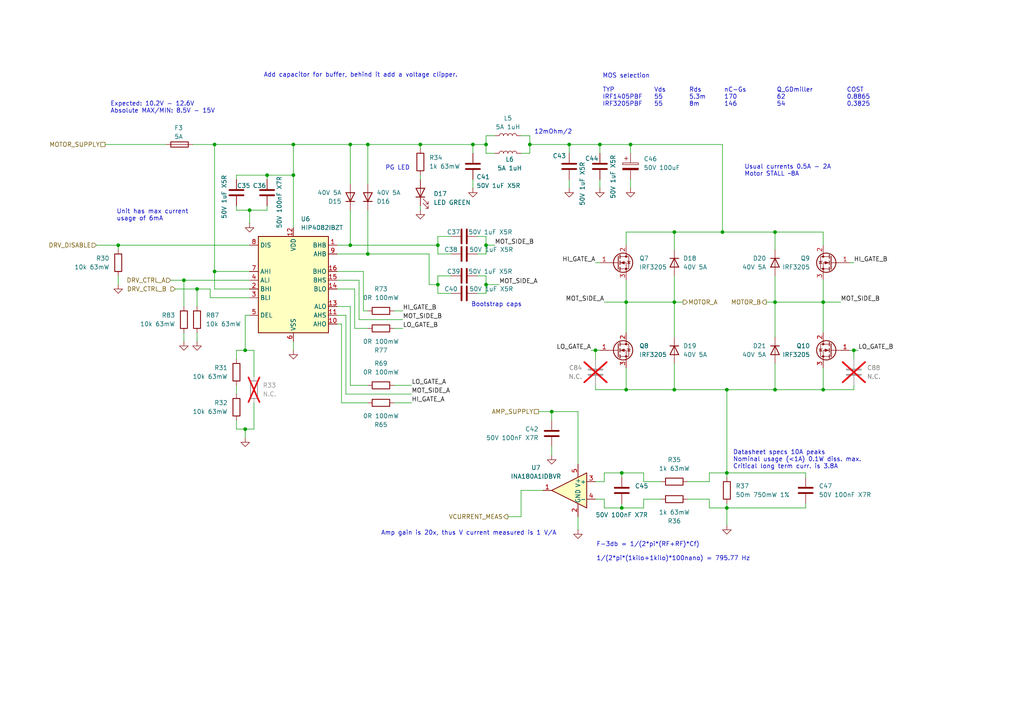
<source format=kicad_sch>
(kicad_sch (version 20250114) (generator "eeschema") (generator_version "9.0")
  (paper "A4")
  (title_block (title "Fontys adaptive robotics AGV platform.") (date "2025-03-01") (rev "V1.0") (company "Mete Han Keskin") (comment 1 "MIT License. Copyright (c) 2025 kestech.net"))
  (lib_symbols
    (symbol "Amplifier_Current:INA180A1" (pin_names (offset 0.127))
      (property "Reference" "U" (at 3.81 3.81 0))
      (property "Value" "INA180A1" (at 3.81 -2.54 0))
      (symbol "INA180A1_1_1"
        (pin input line (at -7.62 2.54 0) (length 2.54) (name "+") (number "3"))
        (pin input line (at -7.62 -2.54 0) (length 2.54) (name "-") (number "4"))
        (pin power_in line (at -2.54 7.62 270) (length 3.81) (name "V+") (number "5"))
        (pin power_in line (at -2.54 -7.62 90) (length 3.81) (name "GND") (number "2"))
        (pin output line (at 7.62 0 180) (length 2.54) (name "~") (number "1"))
      )
    )
    (symbol "Device:C" (pin_numbers (hide yes)) (pin_names (offset 0.254))
      (property "Reference" "C" (at 0.635 2.54 0))
      (property "Value" "C" (at 0.635 -2.54 0))
      (symbol "C_1_1"
        (pin passive line (at 0 3.81 270) (length 2.794) (name "~") (number "1"))
        (pin passive line (at 0 -3.81 90) (length 2.794) (name "~") (number "2"))
      )
    )
    (symbol "Device:C_Polarized" (pin_numbers (hide yes)) (pin_names (offset 0.254))
      (property "Reference" "C" (at 0.635 2.54 0))
      (property "Value" "C_Polarized" (at 0.635 -2.54 0))
      (symbol "C_Polarized_1_1"
        (pin passive line (at 0 3.81 270) (length 2.794) (name "~") (number "1"))
        (pin passive line (at 0 -3.81 90) (length 2.794) (name "~") (number "2"))
      )
    )
    (symbol "Device:D" (pin_numbers (hide yes)) (pin_names (offset 1.016) (hide yes))
      (property "Reference" "D" (at 0 2.54 0))
      (property "Value" "D" (at 0 -2.54 0))
      (symbol "D_1_1"
        (pin passive line (at -3.81 0 0) (length 2.54) (name "K") (number "1"))
        (pin passive line (at 3.81 0 180) (length 2.54) (name "A") (number "2"))
      )
    )
    (symbol "Device:Fuse" (pin_numbers (hide yes)) (pin_names (offset 0))
      (property "Reference" "F" (at 2.032 0 90))
      (property "Value" "Fuse" (at -1.905 0 90))
      (symbol "Fuse_1_1"
        (pin passive line (at 0 3.81 270) (length 1.27) (name "~") (number "1"))
        (pin passive line (at 0 -3.81 90) (length 1.27) (name "~") (number "2"))
      )
    )
    (symbol "Device:L" (pin_numbers (hide yes)) (pin_names (offset 1.016) (hide yes))
      (property "Reference" "L" (at -1.27 0 90))
      (property "Value" "L" (at 1.905 0 90))
      (symbol "L_1_1"
        (pin passive line (at 0 3.81 270) (length 1.27) (name "1") (number "1"))
        (pin passive line (at 0 -3.81 90) (length 1.27) (name "2") (number "2"))
      )
    )
    (symbol "Device:LED" (pin_numbers (hide yes)) (pin_names (offset 1.016) (hide yes))
      (property "Reference" "D" (at 0 2.54 0))
      (property "Value" "LED" (at 0 -2.54 0))
      (symbol "LED_1_1"
        (pin passive line (at -3.81 0 0) (length 2.54) (name "K") (number "1"))
        (pin passive line (at 3.81 0 180) (length 2.54) (name "A") (number "2"))
      )
    )
    (symbol "Device:R" (pin_numbers (hide yes)) (pin_names (offset 0))
      (property "Reference" "R" (at 2.032 0 90))
      (property "Value" "R" (at 0 0 90))
      (symbol "R_1_1"
        (pin passive line (at 0 3.81 270) (length 1.27) (name "~") (number "1"))
        (pin passive line (at 0 -3.81 90) (length 1.27) (name "~") (number "2"))
      )
    )
    (symbol "Driver_FET:HIP4082xB"
      (property "Reference" "U" (at 2.54 16.51 0))
      (property "Value" "HIP4082xB" (at 2.54 13.97 0))
      (symbol "HIP4082xB_0_0"
        (pin passive line (at -12.7 -10.16 0) (length 2.54) (name "DEL") (number "5"))
      )
      (symbol "HIP4082xB_1_1"
        (pin input line (at -12.7 10.16 0) (length 2.54) (name "DIS") (number "8"))
        (pin input line (at -12.7 2.54 0) (length 2.54) (name "AHI") (number "7"))
        (pin input line (at -12.7 0 0) (length 2.54) (name "ALI") (number "4"))
        (pin input line (at -12.7 -2.54 0) (length 2.54) (name "BHI") (number "2"))
        (pin input line (at -12.7 -5.08 0) (length 2.54) (name "BLI") (number "3"))
        (pin power_in line (at 0 15.24 270) (length 2.54) (name "VDD") (number "12"))
        (pin power_in line (at 0 -17.78 90) (length 2.54) (name "VSS") (number "6"))
        (pin input line (at 12.7 10.16 180) (length 2.54) (name "BHB") (number "1"))
        (pin input line (at 12.7 7.62 180) (length 2.54) (name "AHB") (number "9"))
        (pin output line (at 12.7 2.54 180) (length 2.54) (name "BHO") (number "16"))
        (pin passive line (at 12.7 0 180) (length 2.54) (name "BHS") (number "15"))
        (pin output line (at 12.7 -2.54 180) (length 2.54) (name "BLO") (number "14"))
        (pin output line (at 12.7 -7.62 180) (length 2.54) (name "ALO") (number "13"))
        (pin passive line (at 12.7 -10.16 180) (length 2.54) (name "AHS") (number "11"))
        (pin output line (at 12.7 -12.7 180) (length 2.54) (name "AHO") (number "10"))
      )
    )
    (symbol "Transistor_FET:IRF3205" (pin_names (hide yes))
      (property "Reference" "Q" (at 5.08 1.905 0))
      (property "Value" "IRF3205" (at 5.08 0 0))
      (symbol "IRF3205_1_1"
        (pin input line (at -5.08 0 0) (length 2.54) (name "G") (number "1"))
        (pin passive line (at 2.54 5.08 270) (length 2.54) (name "D") (number "2"))
        (pin passive line (at 2.54 -5.08 90) (length 2.54) (name "S") (number "3"))
      )
    )
    (symbol "power:GND" (power) (pin_numbers (hide yes)) (pin_names (offset 0) (hide yes))
      (property "Value" "GND" (at 0 -3.81 0))
      (symbol "GND_1_1"
        (pin power_in line (at 0 0 270) (length 0) (name "~") (number "1"))
      )
    )
  )
  (text "Usual currents 0.5A - 2A\nMotor STALL ~8A" (at 215.9 47.752 0) (effects (font (size 1.27 1.27)) (justify left top)))
  (text "PG LED" (at 115.316 48.768 0) (effects (font (size 1.27 1.27))))
  (text "Expected: 10.2V - 12.6V\nAbsolute MAX/MIN: 8.5V - 15V" (at 32.004 29.464 0) (effects (font (size 1.27 1.27)) (justify left top)))
  (text "F-3db = 1/(2*pi*(RF+RF)*Cf)\n\n1/(2*pi*(1kilo+1kilo)*100nano) = 795.77 Hz" (at 172.974 157.226 0) (effects (font (size 1.27 1.27)) (justify left top)))
  (text "Bootstrap caps\n" (at 144.018 88.392 0) (effects (font (size 1.27 1.27))))
  (text "Amp gain is 20x, thus V current measured is 1 V/A" (at 110.49 153.924 0) (effects (font (size 1.27 1.27)) (justify left top)))
  (text "Add capacitor for buffer, behind it add a voltage clipper." (at 76.454 21.082 0) (effects (font (size 1.27 1.27)) (justify left top)))
  (text "12mOhm/2\n" (at 154.94 37.592 0) (effects (font (size 1.27 1.27)) (justify left top)))
  (text "Datasheet specs 10A peaks\nNominal usage (<1A) 0.1W diss. max.\nCritical long term curr. is 3.8A" (at 212.598 130.556 0) (effects (font (size 1.27 1.27)) (justify left top)))
  (text "MOS selection\n\nTYP			Vds		Rds		nC-Gs		Q_GDmiller		COST\nIRF1405PBF	55		5.3m	170			62				0.8865\nIRF3205PBF	55		8m		146			54				0.3825" (at 174.752 21.336 0) (effects (font (size 1.27 1.27)) (justify left top)))
  (text "Unit has max current\nusage of 6mA" (at 33.782 60.706 0) (effects (font (size 1.27 1.27)) (justify left top)))
  (junction (at 181.61 113.03))
  (junction (at 238.76 113.03))
  (junction (at 160.02 119.38))
  (junction (at 238.76 87.63))
  (junction (at 62.23 41.91))
  (junction (at 180.34 137.16))
  (junction (at 127 71.12))
  (junction (at 195.58 113.03))
  (junction (at 210.82 113.03))
  (junction (at 106.68 73.66))
  (junction (at 71.12 124.46))
  (junction (at 53.34 81.28))
  (junction (at 101.6 41.91))
  (junction (at 121.92 41.91))
  (junction (at 62.23 78.74))
  (junction (at 71.12 101.6))
  (junction (at 224.79 87.63))
  (junction (at 101.6 71.12))
  (junction (at 247.65 101.6))
  (junction (at 224.79 67.31))
  (junction (at 172.72 101.6))
  (junction (at 140.97 82.55))
  (junction (at 34.29 71.12))
  (junction (at 180.34 147.32))
  (junction (at 77.47 50.8))
  (junction (at 106.68 41.91))
  (junction (at 165.1 41.91))
  (junction (at 127 82.55))
  (junction (at 209.55 67.31))
  (junction (at 72.39 60.96))
  (junction (at 195.58 67.31))
  (junction (at 181.61 87.63))
  (junction (at 210.82 137.16))
  (junction (at 182.88 41.91))
  (junction (at 140.97 41.91))
  (junction (at 85.09 41.91))
  (junction (at 173.99 41.91))
  (junction (at 224.79 113.03))
  (junction (at 85.09 50.8))
  (junction (at 57.15 83.82))
  (junction (at 195.58 87.63))
  (junction (at 140.97 71.12))
  (junction (at 153.67 41.91))
  (junction (at 210.82 147.32))
  (junction (at 137.16 41.91))
  (wire (pts (xy 238.76 87.63) (xy 238.76 96.52)))
  (wire (pts (xy 106.68 95.25) (xy 102.87 95.25)))
  (wire (pts (xy 140.97 82.55) (xy 140.97 85.09)))
  (wire (pts (xy 224.79 87.63) (xy 238.76 87.63)))
  (wire (pts (xy 171.45 101.6) (xy 172.72 101.6)))
  (wire (pts (xy 106.68 90.17) (xy 105.41 90.17)))
  (wire (pts (xy 127 80.01) (xy 130.81 80.01)))
  (wire (pts (xy 71.12 124.46) (xy 73.66 124.46)))
  (wire (pts (xy 124.46 73.66) (xy 124.46 82.55)))
  (wire (pts (xy 224.79 113.03) (xy 238.76 113.03)))
  (wire (pts (xy 180.34 147.32) (xy 186.69 147.32)))
  (wire (pts (xy 101.6 88.9) (xy 97.79 88.9)))
  (wire (pts (xy 77.47 50.8) (xy 77.47 52.07)))
  (wire (pts (xy 53.34 81.28) (xy 72.39 81.28)))
  (wire (pts (xy 57.15 83.82) (xy 60.96 83.82)))
  (wire (pts (xy 181.61 113.03) (xy 195.58 113.03)))
  (wire (pts (xy 151.13 142.24) (xy 151.13 149.86)))
  (wire (pts (xy 116.84 92.71) (xy 104.14 92.71)))
  (wire (pts (xy 106.68 60.96) (xy 106.68 73.66)))
  (wire (pts (xy 97.79 71.12) (xy 101.6 71.12)))
  (wire (pts (xy 62.23 83.82) (xy 72.39 83.82)))
  (wire (pts (xy 60.96 83.82) (xy 60.96 86.36)))
  (wire (pts (xy 143.51 44.45) (xy 140.97 44.45)))
  (wire (pts (xy 68.58 124.46) (xy 71.12 124.46)))
  (wire (pts (xy 60.96 86.36) (xy 72.39 86.36)))
  (wire (pts (xy 138.43 80.01) (xy 140.97 80.01)))
  (wire (pts (xy 124.46 82.55) (xy 127 82.55)))
  (wire (pts (xy 181.61 87.63) (xy 195.58 87.63)))
  (wire (pts (xy 182.88 41.91) (xy 182.88 44.45)))
  (wire (pts (xy 224.79 105.41) (xy 224.79 113.03)))
  (wire (pts (xy 85.09 41.91) (xy 101.6 41.91)))
  (wire (pts (xy 172.72 113.03) (xy 181.61 113.03)))
  (wire (pts (xy 72.39 60.96) (xy 77.47 60.96)))
  (wire (pts (xy 53.34 88.9) (xy 53.34 81.28)))
  (wire (pts (xy 181.61 106.68) (xy 181.61 113.03)))
  (wire (pts (xy 233.68 147.32) (xy 210.82 147.32)))
  (wire (pts (xy 140.97 41.91) (xy 140.97 39.37)))
  (wire (pts (xy 85.09 99.06) (xy 85.09 101.6)))
  (wire (pts (xy 233.68 146.05) (xy 233.68 147.32)))
  (wire (pts (xy 195.58 67.31) (xy 195.58 72.39)))
  (wire (pts (xy 100.33 91.44) (xy 97.79 91.44)))
  (wire (pts (xy 172.72 101.6) (xy 172.72 104.14)))
  (wire (pts (xy 175.26 87.63) (xy 181.61 87.63)))
  (wire (pts (xy 175.26 144.78) (xy 175.26 147.32)))
  (wire (pts (xy 57.15 83.82) (xy 57.15 88.9)))
  (wire (pts (xy 160.02 121.92) (xy 160.02 119.38)))
  (wire (pts (xy 181.61 81.28) (xy 181.61 87.63)))
  (wire (pts (xy 106.68 41.91) (xy 106.68 53.34)))
  (wire (pts (xy 101.6 111.76) (xy 106.68 111.76)))
  (wire (pts (xy 238.76 71.12) (xy 238.76 67.31)))
  (wire (pts (xy 99.06 93.98) (xy 97.79 93.98)))
  (wire (pts (xy 71.12 91.44) (xy 72.39 91.44)))
  (wire (pts (xy 247.65 76.2) (xy 246.38 76.2)))
  (wire (pts (xy 210.82 137.16) (xy 233.68 137.16)))
  (wire (pts (xy 97.79 73.66) (xy 106.68 73.66)))
  (wire (pts (xy 160.02 119.38) (xy 167.64 119.38)))
  (wire (pts (xy 210.82 137.16) (xy 210.82 138.43)))
  (wire (pts (xy 199.39 144.78) (xy 205.74 144.78)))
  (wire (pts (xy 167.64 134.62) (xy 167.64 119.38)))
  (wire (pts (xy 100.33 114.3) (xy 100.33 91.44)))
  (wire (pts (xy 205.74 137.16) (xy 210.82 137.16)))
  (wire (pts (xy 165.1 41.91) (xy 165.1 44.45)))
  (wire (pts (xy 172.72 76.2) (xy 173.99 76.2)))
  (wire (pts (xy 53.34 96.52) (xy 53.34 99.06)))
  (wire (pts (xy 68.58 60.96) (xy 72.39 60.96)))
  (wire (pts (xy 247.65 113.03) (xy 238.76 113.03)))
  (wire (pts (xy 180.34 146.05) (xy 180.34 147.32)))
  (wire (pts (xy 210.82 113.03) (xy 210.82 137.16)))
  (wire (pts (xy 167.64 149.86) (xy 167.64 153.67)))
  (wire (pts (xy 127 68.58) (xy 130.81 68.58)))
  (wire (pts (xy 180.34 137.16) (xy 180.34 138.43)))
  (wire (pts (xy 210.82 147.32) (xy 210.82 152.4)))
  (wire (pts (xy 71.12 91.44) (xy 71.12 101.6)))
  (wire (pts (xy 57.15 96.52) (xy 57.15 99.06)))
  (wire (pts (xy 186.69 139.7) (xy 191.77 139.7)))
  (wire (pts (xy 224.79 87.63) (xy 224.79 97.79)))
  (wire (pts (xy 99.06 116.84) (xy 99.06 93.98)))
  (wire (pts (xy 205.74 147.32) (xy 210.82 147.32)))
  (wire (pts (xy 73.66 109.22) (xy 73.66 101.6)))
  (wire (pts (xy 172.72 139.7) (xy 175.26 139.7)))
  (wire (pts (xy 140.97 80.01) (xy 140.97 82.55)))
  (wire (pts (xy 121.92 41.91) (xy 137.16 41.91)))
  (wire (pts (xy 62.23 41.91) (xy 62.23 78.74)))
  (wire (pts (xy 127 68.58) (xy 127 71.12)))
  (wire (pts (xy 34.29 71.12) (xy 34.29 72.39)))
  (wire (pts (xy 106.68 73.66) (xy 124.46 73.66)))
  (wire (pts (xy 186.69 147.32) (xy 186.69 144.78)))
  (wire (pts (xy 175.26 139.7) (xy 175.26 137.16)))
  (wire (pts (xy 104.14 81.28) (xy 97.79 81.28)))
  (wire (pts (xy 165.1 41.91) (xy 173.99 41.91)))
  (wire (pts (xy 140.97 39.37) (xy 143.51 39.37)))
  (wire (pts (xy 157.48 142.24) (xy 151.13 142.24)))
  (wire (pts (xy 68.58 52.07) (xy 68.58 50.8)))
  (wire (pts (xy 175.26 147.32) (xy 180.34 147.32)))
  (wire (pts (xy 195.58 67.31) (xy 209.55 67.31)))
  (wire (pts (xy 140.97 73.66) (xy 138.43 73.66)))
  (wire (pts (xy 127 85.09) (xy 130.81 85.09)))
  (wire (pts (xy 156.21 119.38) (xy 160.02 119.38)))
  (wire (pts (xy 101.6 41.91) (xy 106.68 41.91)))
  (wire (pts (xy 238.76 81.28) (xy 238.76 87.63)))
  (wire (pts (xy 210.82 113.03) (xy 224.79 113.03)))
  (wire (pts (xy 238.76 67.31) (xy 224.79 67.31)))
  (wire (pts (xy 68.58 50.8) (xy 77.47 50.8)))
  (wire (pts (xy 62.23 41.91) (xy 85.09 41.91)))
  (wire (pts (xy 172.72 101.6) (xy 173.99 101.6)))
  (wire (pts (xy 195.58 87.63) (xy 195.58 97.79)))
  (wire (pts (xy 102.87 95.25) (xy 102.87 83.82)))
  (wire (pts (xy 233.68 138.43) (xy 233.68 137.16)))
  (wire (pts (xy 105.41 78.74) (xy 97.79 78.74)))
  (wire (pts (xy 72.39 60.96) (xy 72.39 64.77)))
  (wire (pts (xy 238.76 113.03) (xy 238.76 106.68)))
  (wire (pts (xy 137.16 41.91) (xy 140.97 41.91)))
  (wire (pts (xy 140.97 68.58) (xy 138.43 68.58)))
  (wire (pts (xy 73.66 101.6) (xy 71.12 101.6)))
  (wire (pts (xy 127 73.66) (xy 130.81 73.66)))
  (wire (pts (xy 101.6 60.96) (xy 101.6 71.12)))
  (wire (pts (xy 151.13 44.45) (xy 153.67 44.45)))
  (wire (pts (xy 209.55 67.31) (xy 224.79 67.31)))
  (wire (pts (xy 210.82 146.05) (xy 210.82 147.32)))
  (wire (pts (xy 147.32 149.86) (xy 151.13 149.86)))
  (wire (pts (xy 199.39 139.7) (xy 205.74 139.7)))
  (wire (pts (xy 105.41 90.17) (xy 105.41 78.74)))
  (wire (pts (xy 173.99 52.07) (xy 173.99 54.61)))
  (wire (pts (xy 180.34 137.16) (xy 186.69 137.16)))
  (wire (pts (xy 205.74 139.7) (xy 205.74 137.16)))
  (wire (pts (xy 34.29 80.01) (xy 34.29 82.55)))
  (wire (pts (xy 172.72 111.76) (xy 172.72 113.03)))
  (wire (pts (xy 175.26 137.16) (xy 180.34 137.16)))
  (wire (pts (xy 101.6 111.76) (xy 101.6 88.9)))
  (wire (pts (xy 182.88 52.07) (xy 182.88 54.61)))
  (wire (pts (xy 73.66 124.46) (xy 73.66 116.84)))
  (wire (pts (xy 153.67 41.91) (xy 165.1 41.91)))
  (wire (pts (xy 224.79 80.01) (xy 224.79 87.63)))
  (wire (pts (xy 140.97 71.12) (xy 143.51 71.12)))
  (wire (pts (xy 55.88 41.91) (xy 62.23 41.91)))
  (wire (pts (xy 77.47 59.69) (xy 77.47 60.96)))
  (wire (pts (xy 153.67 41.91) (xy 153.67 39.37)))
  (wire (pts (xy 121.92 41.91) (xy 121.92 43.18)))
  (wire (pts (xy 243.84 87.63) (xy 238.76 87.63)))
  (wire (pts (xy 195.58 113.03) (xy 210.82 113.03)))
  (wire (pts (xy 173.99 41.91) (xy 182.88 41.91)))
  (wire (pts (xy 247.65 101.6) (xy 246.38 101.6)))
  (wire (pts (xy 127 71.12) (xy 127 73.66)))
  (wire (pts (xy 127 82.55) (xy 127 85.09)))
  (wire (pts (xy 71.12 101.6) (xy 68.58 101.6)))
  (wire (pts (xy 100.33 114.3) (xy 119.38 114.3)))
  (wire (pts (xy 49.53 81.28) (xy 53.34 81.28)))
  (wire (pts (xy 68.58 121.92) (xy 68.58 124.46)))
  (wire (pts (xy 172.72 144.78) (xy 175.26 144.78)))
  (wire (pts (xy 140.97 82.55) (xy 144.78 82.55)))
  (wire (pts (xy 99.06 116.84) (xy 106.68 116.84)))
  (wire (pts (xy 224.79 87.63) (xy 222.25 87.63)))
  (wire (pts (xy 247.65 111.76) (xy 247.65 113.03)))
  (wire (pts (xy 68.58 101.6) (xy 68.58 104.14)))
  (wire (pts (xy 121.92 50.8) (xy 121.92 52.07)))
  (wire (pts (xy 116.84 95.25) (xy 114.3 95.25)))
  (wire (pts (xy 247.65 101.6) (xy 247.65 104.14)))
  (wire (pts (xy 173.99 41.91) (xy 173.99 44.45)))
  (wire (pts (xy 153.67 44.45) (xy 153.67 41.91)))
  (wire (pts (xy 160.02 129.54) (xy 160.02 132.08)))
  (wire (pts (xy 27.94 71.12) (xy 34.29 71.12)))
  (wire (pts (xy 102.87 83.82) (xy 97.79 83.82)))
  (wire (pts (xy 137.16 44.45) (xy 137.16 41.91)))
  (wire (pts (xy 106.68 41.91) (xy 121.92 41.91)))
  (wire (pts (xy 140.97 71.12) (xy 140.97 73.66)))
  (wire (pts (xy 224.79 67.31) (xy 224.79 72.39)))
  (wire (pts (xy 101.6 53.34) (xy 101.6 41.91)))
  (wire (pts (xy 77.47 50.8) (xy 85.09 50.8)))
  (wire (pts (xy 137.16 52.07) (xy 137.16 54.61)))
  (wire (pts (xy 186.69 137.16) (xy 186.69 139.7)))
  (wire (pts (xy 72.39 78.74) (xy 62.23 78.74)))
  (wire (pts (xy 101.6 71.12) (xy 127 71.12)))
  (wire (pts (xy 209.55 41.91) (xy 209.55 67.31)))
  (wire (pts (xy 62.23 78.74) (xy 62.23 83.82)))
  (wire (pts (xy 121.92 59.69) (xy 121.92 60.96)))
  (wire (pts (xy 138.43 85.09) (xy 140.97 85.09)))
  (wire (pts (xy 104.14 92.71) (xy 104.14 81.28)))
  (wire (pts (xy 195.58 80.01) (xy 195.58 87.63)))
  (wire (pts (xy 195.58 105.41) (xy 195.58 113.03)))
  (wire (pts (xy 50.8 83.82) (xy 57.15 83.82)))
  (wire (pts (xy 116.84 90.17) (xy 114.3 90.17)))
  (wire (pts (xy 248.92 101.6) (xy 247.65 101.6)))
  (wire (pts (xy 186.69 144.78) (xy 191.77 144.78)))
  (wire (pts (xy 205.74 144.78) (xy 205.74 147.32)))
  (wire (pts (xy 30.48 41.91) (xy 48.26 41.91)))
  (wire (pts (xy 151.13 39.37) (xy 153.67 39.37)))
  (wire (pts (xy 71.12 124.46) (xy 71.12 127)))
  (wire (pts (xy 140.97 44.45) (xy 140.97 41.91)))
  (wire (pts (xy 140.97 68.58) (xy 140.97 71.12)))
  (wire (pts (xy 165.1 52.07) (xy 165.1 54.61)))
  (wire (pts (xy 68.58 60.96) (xy 68.58 59.69)))
  (wire (pts (xy 114.3 111.76) (xy 119.38 111.76)))
  (wire (pts (xy 181.61 87.63) (xy 181.61 96.52)))
  (wire (pts (xy 127 80.01) (xy 127 82.55)))
  (wire (pts (xy 114.3 116.84) (xy 119.38 116.84)))
  (wire (pts (xy 85.09 50.8) (xy 85.09 66.04)))
  (wire (pts (xy 181.61 71.12) (xy 181.61 67.31)))
  (wire (pts (xy 182.88 41.91) (xy 209.55 41.91)))
  (wire (pts (xy 68.58 111.76) (xy 68.58 114.3)))
  (wire (pts (xy 181.61 67.31) (xy 195.58 67.31)))
  (wire (pts (xy 195.58 87.63) (xy 198.12 87.63)))
  (wire (pts (xy 34.29 71.12) (xy 72.39 71.12)))
  (wire (pts (xy 85.09 41.91) (xy 85.09 50.8)))
  (label "MOT_SIDE_B" (at 243.84 87.63 0))
  (label "LO_GATE_B" (at 116.84 95.25 0))
  (label "LO_GATE_A" (at 119.38 111.76 0))
  (label "LO_GATE_B" (at 248.92 101.6 0))
  (label "MOT_SIDE_B" (at 143.51 71.12 0))
  (label "MOT_SIDE_A" (at 144.78 82.55 0))
  (label "MOT_SIDE_B" (at 116.84 92.71 0))
  (label "MOT_SIDE_A" (at 175.26 87.63 180))
  (label "HI_GATE_A" (at 119.38 116.84 0))
  (label "HI_GATE_B" (at 116.84 90.17 0))
  (label "LO_GATE_A" (at 171.45 101.6 180))
  (label "HI_GATE_B" (at 247.65 76.2 0))
  (label "MOT_SIDE_A" (at 119.38 114.3 0))
  (label "HI_GATE_A" (at 172.72 76.2 180))
  (hierarchical_label "MOTOR_B" (shape output) (at 222.25 87.63 180))
  (hierarchical_label "VCURRENT_MEAS" (shape output) (at 147.32 149.86 180))
  (hierarchical_label "DRV_CTRL_A" (shape input) (at 49.53 81.28 180))
  (hierarchical_label "MOTOR_SUPPLY" (shape passive) (at 30.48 41.91 180))
  (hierarchical_label "AMP_SUPPLY" (shape passive) (at 156.21 119.38 180))
  (hierarchical_label "DRV_CTRL_B " (shape input) (at 50.8 83.82 180))
  (hierarchical_label "DRV_DISABLE" (shape input) (at 27.94 71.12 180))
  (hierarchical_label "MOTOR_A" (shape output) (at 198.12 87.63 0))
  (symbol (lib_id "Transistor_FET:IRF3205") (at 179.07 76.2 0) (unit 1)
    (property "Reference" "Q3" (at 185.42 74.9299 0) (effects (justify left)))
    (property "Value" "IRF3205" (at 185.42 77.4699 0) (effects (justify left)))
    (property "Footprint" "Package_TO_SOT_THT:TO-220-3_Horizontal_TabDown" (effects (hide yes)))
    (property "Datasheet" "http://www.irf.com/product-info/datasheets/data/irf3205.pdf" (effects (hide yes)))
    (property "Description" "110A Id, 55V Vds, Single N-Channel HEXFET Power MOSFET, 8mOhm Ron, TO-220AB" (effects (hide yes)))
    (property "LCSC" "C2561" (effects (hide yes)))
    (instances (project "controller_mainboard" (path "" (reference "Q7") (unit 1)) (path "" (reference "Q3") (unit 1)) (path "" (reference "Q11") (unit 1)) (path "" (reference "Q15") (unit 1))))
  )
  (symbol (lib_id "Device:R") (at 110.49 90.17 270) (mirror x) (unit 1)
    (property "Reference" "R72" (at 110.49 83.82 90))
    (property "Value" "0R 100mW" (at 110.49 86.36 90))
    (property "Footprint" "Resistor_SMD:R_0603_1608Metric" (effects (hide yes)))
    (property "Description" "Resistor" (effects (hide yes)))
    (property "LCSC" "C21189" (effects (hide yes)))
    (instances (project "controller_mainboard" (path "" (reference "R73") (unit 1)) (path "" (reference "R72") (unit 1)) (path "" (reference "R74") (unit 1)) (path "" (reference "R75") (unit 1))))
  )
  (symbol (lib_id "power:GND") (at 72.39 64.77 0) (unit 1)
    (property "Reference" "#PWR063" (effects (hide yes)))
    (property "Value" "GND" (effects (hide yes)))
    (property "Description" "Power symbol creates a global label with name \"GND\" , ground" (effects (hide yes)))
    (instances (project "controller_mainboard" (path "" (reference "#PWR083") (unit 1)) (path "" (reference "#PWR063") (unit 1)) (path "" (reference "#PWR095") (unit 1)) (path "" (reference "#PWR0107") (unit 1))))
  )
  (symbol (lib_id "Device:C") (at 68.58 55.88 0) (mirror y) (unit 1)
    (property "Reference" "C16" (at 72.644 53.848 0) (effects (justify left)))
    (property "Value" "50V 1uF X5R" (at 65.024 63.5 90) (effects (justify left)))
    (property "Footprint" "Capacitor_SMD:C_0603_1608Metric" (effects (hide yes)))
    (property "Datasheet" "https://jlcpcb.com/api/file/downloadByFileSystemAccessId/8556213788459761664" (effects (hide yes)))
    (property "Description" "Unpolarized capacitor" (effects (hide yes)))
    (property "LCSC" "C15849" (effects (hide yes)))
    (instances (project "controller_mainboard" (path "" (reference "C35") (unit 1)) (path "" (reference "C16") (unit 1)) (path "" (reference "C48") (unit 1)) (path "" (reference "C61") (unit 1))))
  )
  (symbol (lib_id "Device:C") (at 134.62 85.09 90) (unit 1)
    (property "Reference" "C21" (at 130.81 83.82 90))
    (property "Value" "50V 1uF X5R" (at 142.494 83.82 90))
    (property "Footprint" "Capacitor_SMD:C_0603_1608Metric" (effects (hide yes)))
    (property "Datasheet" "https://jlcpcb.com/api/file/downloadByFileSystemAccessId/8556213788459761664" (effects (hide yes)))
    (property "Description" "Unpolarized capacitor" (effects (hide yes)))
    (property "LCSC" "C15849" (effects (hide yes)))
    (instances (project "controller_mainboard" (path "" (reference "C40") (unit 1)) (path "" (reference "C21") (unit 1)) (path "" (reference "C53") (unit 1)) (path "" (reference "C66") (unit 1))))
  )
  (symbol (lib_id "Device:R") (at 57.15 92.71 180) (unit 1)
    (property "Reference" "R86" (at 59.69 91.4399 0) (effects (justify right)))
    (property "Value" "10k 63mW" (at 59.69 93.9799 0) (effects (justify right)))
    (property "Footprint" "Resistor_SMD:R_0402_1005Metric" (effects (hide yes)))
    (property "Datasheet" "https://jlcpcb.com/api/file/downloadByFileSystemAccessId/8556212101498380288" (effects (hide yes)))
    (property "Description" "Resistor" (effects (hide yes)))
    (property "LCSC" "C25744" (effects (hide yes)))
    (instances (project "controller_mainboard" (path "" (reference "R87") (unit 1)) (path "" (reference "R86") (unit 1)) (path "" (reference "R88") (unit 1)) (path "" (reference "R89") (unit 1))))
  )
  (symbol (lib_id "Device:C") (at 160.02 125.73 180) (unit 1)
    (property "Reference" "C23" (at 156.21 124.4599 0) (effects (justify left)))
    (property "Value" "50V 100nF X7R" (at 156.21 126.9999 0) (effects (justify left)))
    (property "Footprint" "Capacitor_SMD:C_0603_1608Metric" (effects (hide yes)))
    (property "Datasheet" "https://jlcpcb.com/api/file/downloadByFileSystemAccessId/8579707083955945472" (effects (hide yes)))
    (property "Description" "Unpolarized capacitor" (effects (hide yes)))
    (property "LCSC" "C14663" (effects (hide yes)))
    (instances (project "controller_mainboard" (path "" (reference "C42") (unit 1)) (path "" (reference "C23") (unit 1)) (path "" (reference "C55") (unit 1)) (path "" (reference "C68") (unit 1))))
  )
  (symbol (lib_id "power:GND") (at 160.02 132.08 0) (unit 1)
    (property "Reference" "#PWR067" (effects (hide yes)))
    (property "Value" "GND" (effects (hide yes)))
    (property "Description" "Power symbol creates a global label with name \"GND\" , ground" (effects (hide yes)))
    (instances (project "controller_mainboard" (path "" (reference "#PWR087") (unit 1)) (path "" (reference "#PWR067") (unit 1)) (path "" (reference "#PWR099") (unit 1)) (path "" (reference "#PWR0111") (unit 1))))
  )
  (symbol (lib_id "power:GND") (at 53.34 99.06 0) (unit 1)
    (property "Reference" "#PWR0119" (effects (hide yes)))
    (property "Value" "GND" (effects (hide yes)))
    (property "Description" "Power symbol creates a global label with name \"GND\" , ground" (effects (hide yes)))
    (instances (project "controller_mainboard" (path "" (reference "#PWR0120") (unit 1)) (path "" (reference "#PWR0119") (unit 1)) (path "" (reference "#PWR0121") (unit 1)) (path "" (reference "#PWR0122") (unit 1))))
  )
  (symbol (lib_id "Device:C") (at 134.62 73.66 90) (unit 1)
    (property "Reference" "C19" (at 130.81 72.39 90))
    (property "Value" "50V 1uF X5R" (at 142.494 72.39 90))
    (property "Footprint" "Capacitor_SMD:C_0603_1608Metric" (effects (hide yes)))
    (property "Datasheet" "https://jlcpcb.com/api/file/downloadByFileSystemAccessId/8556213788459761664" (effects (hide yes)))
    (property "Description" "Unpolarized capacitor" (effects (hide yes)))
    (property "LCSC" "C15849" (effects (hide yes)))
    (instances (project "controller_mainboard" (path "" (reference "C38") (unit 1)) (path "" (reference "C19") (unit 1)) (path "" (reference "C51") (unit 1)) (path "" (reference "C64") (unit 1))))
  )
  (symbol (lib_id "Device:R") (at 110.49 111.76 270) (mirror x) (unit 1)
    (property "Reference" "R68" (at 110.49 105.41 90))
    (property "Value" "0R 100mW" (at 110.49 107.95 90))
    (property "Footprint" "Resistor_SMD:R_0603_1608Metric" (effects (hide yes)))
    (property "Description" "Resistor" (effects (hide yes)))
    (property "LCSC" "C21189" (effects (hide yes)))
    (instances (project "controller_mainboard" (path "" (reference "R69") (unit 1)) (path "" (reference "R68") (unit 1)) (path "" (reference "R70") (unit 1)) (path "" (reference "R71") (unit 1))))
  )
  (symbol (lib_id "Transistor_FET:IRF3205") (at 241.3 76.2 0) (mirror y) (unit 1)
    (property "Reference" "Q5" (at 234.95 74.9299 0) (effects (justify left)))
    (property "Value" "IRF3205" (at 234.95 77.4699 0) (effects (justify left)))
    (property "Footprint" "Package_TO_SOT_THT:TO-220-3_Horizontal_TabDown" (effects (hide yes)))
    (property "Datasheet" "http://www.irf.com/product-info/datasheets/data/irf3205.pdf" (effects (hide yes)))
    (property "Description" "110A Id, 55V Vds, Single N-Channel HEXFET Power MOSFET, 8mOhm Ron, TO-220AB" (effects (hide yes)))
    (property "LCSC" "C2561" (effects (hide yes)))
    (instances (project "controller_mainboard" (path "" (reference "Q9") (unit 1)) (path "" (reference "Q5") (unit 1)) (path "" (reference "Q13") (unit 1)) (path "" (reference "Q17") (unit 1))))
  )
  (symbol (lib_id "Driver_FET:HIP4082xB") (at 85.09 81.28 0) (unit 1)
    (property "Reference" "U3" (at 87.2333 63.5 0) (effects (justify left)))
    (property "Value" "HIP4082IBZT" (at 87.2333 66.04 0) (effects (justify left)))
    (property "Footprint" "Package_SO:SOIC-16_3.9x9.9mm_P1.27mm" (effects (hide yes)))
    (property "Datasheet" "https://www.renesas.com/www/doc/datasheet/hip4082.pdf" (effects (hide yes)))
    (property "Description" "80V, 1.25A Peak Current H-Bridge FET Driver, SOIC-16" (effects (hide yes)))
    (property "LCSC" "C50123" (effects (hide yes)))
    (instances (project "controller_mainboard" (path "" (reference "U6") (unit 1)) (path "" (reference "U3") (unit 1)) (path "" (reference "U8") (unit 1)) (path "" (reference "U10") (unit 1))))
  )
  (symbol (lib_id "Device:L") (at 147.32 39.37 90) (unit 1)
    (property "Reference" "L2" (at 147.32 34.29 90))
    (property "Value" "5A 1uH" (at 147.32 36.83 90))
    (property "Footprint" "Inductor_SMD:L_APV_ANR5040" (effects (hide yes)))
    (property "Description" "Inductor" (effects (hide yes)))
    (property "LCSC" "C167953" (effects (hide yes)))
    (instances (project "controller_mainboard" (path "" (reference "L5") (unit 1)) (path "" (reference "L2") (unit 1)) (path "" (reference "L7") (unit 1)) (path "" (reference "L9") (unit 1))))
  )
  (symbol (lib_id "Device:C") (at 165.1 48.26 0) (unit 1)
    (property "Reference" "C24" (at 160.274 45.212 0) (effects (justify left)))
    (property "Value" "50V 1uF X5R" (at 168.91 59.69 90) (effects (justify left)))
    (property "Footprint" "Capacitor_SMD:C_0603_1608Metric" (effects (hide yes)))
    (property "Datasheet" "https://jlcpcb.com/api/file/downloadByFileSystemAccessId/8556213788459761664" (effects (hide yes)))
    (property "Description" "Unpolarized capacitor" (effects (hide yes)))
    (property "LCSC" "C15849" (effects (hide yes)))
    (instances (project "controller_mainboard" (path "" (reference "C43") (unit 1)) (path "" (reference "C24") (unit 1)) (path "" (reference "C56") (unit 1)) (path "" (reference "C69") (unit 1))))
  )
  (symbol (lib_id "Device:R") (at 68.58 107.95 0) (mirror x) (unit 1)
    (property "Reference" "R19" (at 66.04 106.6799 0) (effects (justify right)))
    (property "Value" "10k 63mW" (at 66.04 109.2199 0) (effects (justify right)))
    (property "Footprint" "Resistor_SMD:R_0402_1005Metric" (effects (hide yes)))
    (property "Datasheet" "https://jlcpcb.com/api/file/downloadByFileSystemAccessId/8556212101498380288" (effects (hide yes)))
    (property "Description" "Resistor" (effects (hide yes)))
    (property "LCSC" "C25744" (effects (hide yes)))
    (instances (project "controller_mainboard" (path "" (reference "R31") (unit 1)) (path "" (reference "R19") (unit 1)) (path "" (reference "R39") (unit 1)) (path "" (reference "R47") (unit 1))))
  )
  (symbol (lib_id "power:GND") (at 182.88 54.61 0) (unit 1)
    (property "Reference" "#PWR071" (effects (hide yes)))
    (property "Value" "GND" (effects (hide yes)))
    (property "Description" "Power symbol creates a global label with name \"GND\" , ground" (effects (hide yes)))
    (instances (project "controller_mainboard" (path "" (reference "#PWR091") (unit 1)) (path "" (reference "#PWR071") (unit 1)) (path "" (reference "#PWR0103") (unit 1)) (path "" (reference "#PWR0115") (unit 1))))
  )
  (symbol (lib_id "Device:R") (at 110.49 95.25 270) (unit 1)
    (property "Reference" "R76" (at 110.49 101.6 90))
    (property "Value" "0R 100mW" (at 110.49 99.06 90))
    (property "Footprint" "Resistor_SMD:R_0603_1608Metric" (effects (hide yes)))
    (property "Description" "Resistor" (effects (hide yes)))
    (property "LCSC" "C21189" (effects (hide yes)))
    (instances (project "controller_mainboard" (path "" (reference "R77") (unit 1)) (path "" (reference "R76") (unit 1)) (path "" (reference "R78") (unit 1)) (path "" (reference "R79") (unit 1))))
  )
  (symbol (lib_id "Device:C") (at 172.72 107.95 180) (unit 1) (dnp yes)
    (property "Reference" "C83" (at 168.91 106.6799 0) (effects (justify left)))
    (property "Value" "N.C." (at 168.91 109.2199 0) (effects (justify left)))
    (property "Footprint" "Capacitor_SMD:C_0603_1608Metric" (effects (hide yes)))
    (property "Datasheet" "https://jlcpcb.com/api/file/downloadByFileSystemAccessId/8579707083955945472" (effects (hide yes)))
    (property "Description" "Unpolarized capacitor" (effects (hide yes)))
    (instances (project "controller_mainboard" (path "" (reference "C84") (unit 1)) (path "" (reference "C83") (unit 1)) (path "" (reference "C85") (unit 1)) (path "" (reference "C86") (unit 1))))
  )
  (symbol (lib_id "Device:D") (at 101.6 57.15 90) (unit 1)
    (property "Reference" "D7" (at 99.06 58.4201 90) (effects (justify left)))
    (property "Value" "40V 5A" (at 99.06 55.8801 90) (effects (justify left)))
    (property "Footprint" "Diode_SMD:D_SMA" (effects (hide yes)))
    (property "Datasheet" "https://jlcpcb.com/api/file/downloadByFileSystemAccessId/8579707587489042432" (effects (hide yes)))
    (property "Description" "Diode" (effects (hide yes)))
    (property "Sim.Device" "D" (effects (hide yes)))
    (property "Sim.Pins" "1=K 2=A" (effects (hide yes)))
    (property "LCSC" "C22452" (effects (hide yes)))
    (instances (project "controller_mainboard" (path "" (reference "D15") (unit 1)) (path "" (reference "D7") (unit 1)) (path "" (reference "D22") (unit 1)) (path "" (reference "D29") (unit 1))))
  )
  (symbol (lib_id "Device:C") (at 134.62 80.01 90) (mirror x) (unit 1)
    (property "Reference" "C20" (at 131.572 78.74 90))
    (property "Value" "50V 1uF X5R" (at 142.24 78.74 90))
    (property "Footprint" "Capacitor_SMD:C_0603_1608Metric" (effects (hide yes)))
    (property "Datasheet" "https://jlcpcb.com/api/file/downloadByFileSystemAccessId/8556213788459761664" (effects (hide yes)))
    (property "Description" "Unpolarized capacitor" (effects (hide yes)))
    (property "LCSC" "C15849" (effects (hide yes)))
    (instances (project "controller_mainboard" (path "" (reference "C39") (unit 1)) (path "" (reference "C20") (unit 1)) (path "" (reference "C52") (unit 1)) (path "" (reference "C65") (unit 1))))
  )
  (symbol (lib_id "power:GND") (at 167.64 153.67 0) (unit 1)
    (property "Reference" "#PWR069" (effects (hide yes)))
    (property "Value" "GND" (effects (hide yes)))
    (property "Description" "Power symbol creates a global label with name \"GND\" , ground" (effects (hide yes)))
    (instances (project "controller_mainboard" (path "" (reference "#PWR089") (unit 1)) (path "" (reference "#PWR069") (unit 1)) (path "" (reference "#PWR0101") (unit 1)) (path "" (reference "#PWR0113") (unit 1))))
  )
  (symbol (lib_id "Device:D") (at 195.58 101.6 270) (unit 1)
    (property "Reference" "D11" (at 198.12 100.3299 90) (effects (justify left)))
    (property "Value" "40V 5A" (at 198.12 102.8699 90) (effects (justify left)))
    (property "Footprint" "Diode_SMD:D_SMA" (effects (hide yes)))
    (property "Datasheet" "https://jlcpcb.com/api/file/downloadByFileSystemAccessId/8579707587489042432" (effects (hide yes)))
    (property "Description" "Diode" (effects (hide yes)))
    (property "Sim.Device" "D" (effects (hide yes)))
    (property "Sim.Pins" "1=K 2=A" (effects (hide yes)))
    (property "LCSC" "C22452" (effects (hide yes)))
    (instances (project "controller_mainboard" (path "" (reference "D19") (unit 1)) (path "" (reference "D11") (unit 1)) (path "" (reference "D26") (unit 1)) (path "" (reference "D33") (unit 1))))
  )
  (symbol (lib_id "Device:R") (at 210.82 142.24 0) (unit 1)
    (property "Reference" "R25" (at 213.36 140.9699 0) (effects (justify left)))
    (property "Value" "50m 750mW 1%" (at 213.36 143.5099 0) (effects (justify left)))
    (property "Footprint" "Resistor_SMD:R_2512_6332Metric" (effects (hide yes)))
    (property "Description" "Resistor" (effects (hide yes)))
    (property "LCSC" "C127698" (effects (hide yes)))
    (instances (project "controller_mainboard" (path "" (reference "R37") (unit 1)) (path "" (reference "R25") (unit 1)) (path "" (reference "R45") (unit 1)) (path "" (reference "R53") (unit 1))))
  )
  (symbol (lib_id "Device:R") (at 34.29 76.2 0) (mirror x) (unit 1)
    (property "Reference" "R18" (at 31.75 74.9299 0) (effects (justify right)))
    (property "Value" "10k 63mW" (at 31.75 77.4699 0) (effects (justify right)))
    (property "Footprint" "Resistor_SMD:R_0402_1005Metric" (effects (hide yes)))
    (property "Datasheet" "https://jlcpcb.com/api/file/downloadByFileSystemAccessId/8556212101498380288" (effects (hide yes)))
    (property "Description" "Resistor" (effects (hide yes)))
    (property "LCSC" "C25744" (effects (hide yes)))
    (instances (project "controller_mainboard" (path "" (reference "R30") (unit 1)) (path "" (reference "R18") (unit 1)) (path "" (reference "R38") (unit 1)) (path "" (reference "R46") (unit 1))))
  )
  (symbol (lib_id "Device:R") (at 73.66 113.03 180) (unit 1) (exclude_from_sim yes) (dnp yes)
    (property "Reference" "R21" (at 76.2 111.7599 0) (effects (justify right)))
    (property "Value" "N.C." (at 76.2 114.2999 0) (effects (justify right)))
    (property "Footprint" "Resistor_SMD:R_0402_1005Metric" (effects (hide yes)))
    (property "Datasheet" "https://jlcpcb.com/api/file/downloadByFileSystemAccessId/8556212101498380288" (effects (hide yes)))
    (property "Description" "Resistor" (effects (hide yes)))
    (property "LCSC" "C25744" (effects (hide yes)))
    (instances (project "controller_mainboard" (path "" (reference "R33") (unit 1)) (path "" (reference "R21") (unit 1)) (path "" (reference "R41") (unit 1)) (path "" (reference "R49") (unit 1))))
  )
  (symbol (lib_id "Device:C") (at 233.68 142.24 0) (mirror x) (unit 1)
    (property "Reference" "C28" (at 237.49 140.9699 0) (effects (justify left)))
    (property "Value" "50V 100nF X7R" (at 237.49 143.5099 0) (effects (justify left)))
    (property "Footprint" "Capacitor_SMD:C_0603_1608Metric" (effects (hide yes)))
    (property "Datasheet" "https://jlcpcb.com/api/file/downloadByFileSystemAccessId/8579707083955945472" (effects (hide yes)))
    (property "Description" "Unpolarized capacitor" (effects (hide yes)))
    (property "LCSC" "C14663" (effects (hide yes)))
    (instances (project "controller_mainboard" (path "" (reference "C47") (unit 1)) (path "" (reference "C28") (unit 1)) (path "" (reference "C60") (unit 1)) (path "" (reference "C73") (unit 1))))
  )
  (symbol (lib_id "Device:Fuse") (at 52.07 41.91 90) (unit 1)
    (property "Reference" "F2" (at 51.816 37.084 90))
    (property "Value" "5A" (at 51.816 39.624 90))
    (property "Footprint" "Custom_feetprint:BLX-A fuse holder" (effects (hide yes)))
    (property "Description" "Fuse" (effects (hide yes)))
    (instances (project "controller_mainboard" (path "" (reference "F3") (unit 1)) (path "" (reference "F2") (unit 1)) (path "" (reference "F4") (unit 1)) (path "" (reference "F5") (unit 1))))
  )
  (symbol (lib_id "Device:R") (at 68.58 118.11 0) (mirror x) (unit 1)
    (property "Reference" "R20" (at 66.04 116.8399 0) (effects (justify right)))
    (property "Value" "10k 63mW" (at 66.04 119.3799 0) (effects (justify right)))
    (property "Footprint" "Resistor_SMD:R_0402_1005Metric" (effects (hide yes)))
    (property "Datasheet" "https://jlcpcb.com/api/file/downloadByFileSystemAccessId/8556212101498380288" (effects (hide yes)))
    (property "Description" "Resistor" (effects (hide yes)))
    (property "LCSC" "C25744" (effects (hide yes)))
    (instances (project "controller_mainboard" (path "" (reference "R32") (unit 1)) (path "" (reference "R20") (unit 1)) (path "" (reference "R40") (unit 1)) (path "" (reference "R48") (unit 1))))
  )
  (symbol (lib_id "Device:R") (at 110.49 116.84 90) (mirror x) (unit 1)
    (property "Reference" "R64" (at 110.49 123.19 90))
    (property "Value" "0R 100mW" (at 110.49 120.65 90))
    (property "Footprint" "Resistor_SMD:R_0603_1608Metric" (effects (hide yes)))
    (property "Description" "Resistor" (effects (hide yes)))
    (property "LCSC" "C21189" (effects (hide yes)))
    (instances (project "controller_mainboard" (path "" (reference "R65") (unit 1)) (path "" (reference "R64") (unit 1)) (path "" (reference "R66") (unit 1)) (path "" (reference "R67") (unit 1))))
  )
  (symbol (lib_id "Device:D") (at 195.58 76.2 270) (unit 1)
    (property "Reference" "D10" (at 198.12 74.9299 90) (effects (justify left)))
    (property "Value" "40V 5A" (at 198.12 77.4699 90) (effects (justify left)))
    (property "Footprint" "Diode_SMD:D_SMA" (effects (hide yes)))
    (property "Datasheet" "https://jlcpcb.com/api/file/downloadByFileSystemAccessId/8579707587489042432" (effects (hide yes)))
    (property "Description" "Diode" (effects (hide yes)))
    (property "Sim.Device" "D" (effects (hide yes)))
    (property "Sim.Pins" "1=K 2=A" (effects (hide yes)))
    (property "LCSC" "C22452" (effects (hide yes)))
    (instances (project "controller_mainboard" (path "" (reference "D18") (unit 1)) (path "" (reference "D10") (unit 1)) (path "" (reference "D25") (unit 1)) (path "" (reference "D32") (unit 1))))
  )
  (symbol (lib_id "Device:C") (at 173.99 48.26 0) (unit 1)
    (property "Reference" "C25" (at 169.672 45.974 0) (effects (justify left)))
    (property "Value" "50V 1uF X5R" (at 177.8 57.658 90) (effects (justify left)))
    (property "Footprint" "Capacitor_SMD:C_0603_1608Metric" (effects (hide yes)))
    (property "Datasheet" "https://jlcpcb.com/api/file/downloadByFileSystemAccessId/8556213788459761664" (effects (hide yes)))
    (property "Description" "Unpolarized capacitor" (effects (hide yes)))
    (property "LCSC" "C15849" (effects (hide yes)))
    (instances (project "controller_mainboard" (path "" (reference "C44") (unit 1)) (path "" (reference "C25") (unit 1)) (path "" (reference "C57") (unit 1)) (path "" (reference "C70") (unit 1))))
  )
  (symbol (lib_id "Device:C_Polarized") (at 182.88 48.26 0) (unit 1)
    (property "Reference" "C27" (at 186.69 46.1009 0) (effects (justify left)))
    (property "Value" "50V 100uF" (at 186.69 48.6409 0) (effects (justify left)))
    (property "Footprint" "Capacitor_SMD:CP_Elec_8x10.5" (effects (hide yes)))
    (property "Description" "Polarized capacitor" (effects (hide yes)))
    (property "LCSC" "C5246561" (effects (hide yes)))
    (instances (project "controller_mainboard" (path "" (reference "C46") (unit 1)) (path "" (reference "C27") (unit 1)) (path "" (reference "C59") (unit 1)) (path "" (reference "C72") (unit 1))))
  )
  (symbol (lib_id "Device:D") (at 224.79 101.6 90) (mirror x) (unit 1)
    (property "Reference" "D13" (at 222.25 100.3299 90) (effects (justify left)))
    (property "Value" "40V 5A" (at 222.25 102.8699 90) (effects (justify left)))
    (property "Footprint" "Diode_SMD:D_SMA" (effects (hide yes)))
    (property "Datasheet" "https://jlcpcb.com/api/file/downloadByFileSystemAccessId/8579707587489042432" (effects (hide yes)))
    (property "Description" "Diode" (effects (hide yes)))
    (property "Sim.Device" "D" (effects (hide yes)))
    (property "Sim.Pins" "1=K 2=A" (effects (hide yes)))
    (property "LCSC" "C22452" (effects (hide yes)))
    (instances (project "controller_mainboard" (path "" (reference "D21") (unit 1)) (path "" (reference "D13") (unit 1)) (path "" (reference "D28") (unit 1)) (path "" (reference "D35") (unit 1))))
  )
  (symbol (lib_id "Device:D") (at 106.68 57.15 270) (mirror x) (unit 1)
    (property "Reference" "D8" (at 109.22 58.4201 90) (effects (justify left)))
    (property "Value" "40V 5A" (at 109.22 55.8801 90) (effects (justify left)))
    (property "Footprint" "Diode_SMD:D_SMA" (effects (hide yes)))
    (property "Datasheet" "https://jlcpcb.com/api/file/downloadByFileSystemAccessId/8579707587489042432" (effects (hide yes)))
    (property "Description" "Diode" (effects (hide yes)))
    (property "Sim.Device" "D" (effects (hide yes)))
    (property "Sim.Pins" "1=K 2=A" (effects (hide yes)))
    (property "LCSC" "C22452" (effects (hide yes)))
    (instances (project "controller_mainboard" (path "" (reference "D16") (unit 1)) (path "" (reference "D8") (unit 1)) (path "" (reference "D23") (unit 1)) (path "" (reference "D30") (unit 1))))
  )
  (symbol (lib_id "Device:R") (at 53.34 92.71 0) (mirror x) (unit 1)
    (property "Reference" "R82" (at 50.8 91.4399 0) (effects (justify right)))
    (property "Value" "10k 63mW" (at 50.8 93.9799 0) (effects (justify right)))
    (property "Footprint" "Resistor_SMD:R_0402_1005Metric" (effects (hide yes)))
    (property "Datasheet" "https://jlcpcb.com/api/file/downloadByFileSystemAccessId/8556212101498380288" (effects (hide yes)))
    (property "Description" "Resistor" (effects (hide yes)))
    (property "LCSC" "C25744" (effects (hide yes)))
    (instances (project "controller_mainboard" (path "" (reference "R83") (unit 1)) (path "" (reference "R82") (unit 1)) (path "" (reference "R84") (unit 1)) (path "" (reference "R85") (unit 1))))
  )
  (symbol (lib_id "power:GND") (at 165.1 54.61 0) (unit 1)
    (property "Reference" "#PWR068" (effects (hide yes)))
    (property "Value" "GND" (effects (hide yes)))
    (property "Description" "Power symbol creates a global label with name \"GND\" , ground" (effects (hide yes)))
    (instances (project "controller_mainboard" (path "" (reference "#PWR088") (unit 1)) (path "" (reference "#PWR068") (unit 1)) (path "" (reference "#PWR0100") (unit 1)) (path "" (reference "#PWR0112") (unit 1))))
  )
  (symbol (lib_id "Device:LED") (at 121.92 55.88 90) (unit 1)
    (property "Reference" "D9" (at 125.73 56.1974 90) (effects (justify right)))
    (property "Value" "LED GREEN" (at 125.73 58.7374 90) (effects (justify right)))
    (property "Footprint" "LED_SMD:LED_0805_2012Metric" (effects (hide yes)))
    (property "Description" "Light emitting diode" (effects (hide yes)))
    (property "Sim.Pins" "1=K 2=A" (effects (hide yes)))
    (property "LCSC" "C2297" (effects (hide yes)))
    (instances (project "controller_mainboard" (path "" (reference "D17") (unit 1)) (path "" (reference "D9") (unit 1)) (path "" (reference "D24") (unit 1)) (path "" (reference "D31") (unit 1))))
  )
  (symbol (lib_id "power:GND") (at 71.12 127 0) (unit 1)
    (property "Reference" "#PWR062" (effects (hide yes)))
    (property "Value" "GND" (effects (hide yes)))
    (property "Description" "Power symbol creates a global label with name \"GND\" , ground" (effects (hide yes)))
    (instances (project "controller_mainboard" (path "" (reference "#PWR082") (unit 1)) (path "" (reference "#PWR062") (unit 1)) (path "" (reference "#PWR094") (unit 1)) (path "" (reference "#PWR0106") (unit 1))))
  )
  (symbol (lib_id "Device:L") (at 147.32 44.45 270) (mirror x) (unit 1)
    (property "Reference" "L3" (at 147.828 46.228 90))
    (property "Value" "5A 1uH" (at 147.828 48.768 90))
    (property "Footprint" "Inductor_SMD:L_APV_ANR5040" (effects (hide yes)))
    (property "Description" "Inductor" (effects (hide yes)))
    (property "LCSC" "C167953" (effects (hide yes)))
    (instances (project "controller_mainboard" (path "" (reference "L6") (unit 1)) (path "" (reference "L3") (unit 1)) (path "" (reference "L8") (unit 1)) (path "" (reference "L10") (unit 1))))
  )
  (symbol (lib_id "Device:R") (at 195.58 144.78 90) (unit 1)
    (property "Reference" "R24" (at 195.58 151.13 90))
    (property "Value" "1k 63mW" (at 195.58 148.59 90))
    (property "Footprint" "Resistor_SMD:R_0402_1005Metric" (effects (hide yes)))
    (property "Description" "Resistor" (effects (hide yes)))
    (property "LCSC" "C11702" (effects (hide yes)))
    (instances (project "controller_mainboard" (path "" (reference "R36") (unit 1)) (path "" (reference "R24") (unit 1)) (path "" (reference "R44") (unit 1)) (path "" (reference "R52") (unit 1))))
  )
  (symbol (lib_id "power:GND") (at 57.15 99.06 0) (mirror y) (unit 1)
    (property "Reference" "#PWR0123" (effects (hide yes)))
    (property "Value" "GND" (effects (hide yes)))
    (property "Description" "Power symbol creates a global label with name \"GND\" , ground" (effects (hide yes)))
    (instances (project "controller_mainboard" (path "" (reference "#PWR0124") (unit 1)) (path "" (reference "#PWR0123") (unit 1)) (path "" (reference "#PWR0125") (unit 1)) (path "" (reference "#PWR0126") (unit 1))))
  )
  (symbol (lib_id "Device:C") (at 77.47 55.88 180) (unit 1)
    (property "Reference" "C17" (at 77.216 53.848 0) (effects (justify left)))
    (property "Value" "50V 100nF X7R" (at 81.026 51.054 90) (effects (justify left)))
    (property "Footprint" "Capacitor_SMD:C_0603_1608Metric" (effects (hide yes)))
    (property "Datasheet" "https://jlcpcb.com/api/file/downloadByFileSystemAccessId/8579707083955945472" (effects (hide yes)))
    (property "Description" "Unpolarized capacitor" (effects (hide yes)))
    (property "LCSC" "C14663" (effects (hide yes)))
    (instances (project "controller_mainboard" (path "" (reference "C36") (unit 1)) (path "" (reference "C17") (unit 1)) (path "" (reference "C49") (unit 1)) (path "" (reference "C62") (unit 1))))
  )
  (symbol (lib_id "Device:C") (at 137.16 48.26 0) (mirror y) (unit 1)
    (property "Reference" "C22" (at 138.176 51.308 0) (effects (justify right)))
    (property "Value" "50V 1uF X5R" (at 138.176 53.848 0) (effects (justify right)))
    (property "Footprint" "Capacitor_SMD:C_0603_1608Metric" (effects (hide yes)))
    (property "Datasheet" "https://jlcpcb.com/api/file/downloadByFileSystemAccessId/8556213788459761664" (effects (hide yes)))
    (property "Description" "Unpolarized capacitor" (effects (hide yes)))
    (property "LCSC" "C15849" (effects (hide yes)))
    (instances (project "controller_mainboard" (path "" (reference "C41") (unit 1)) (path "" (reference "C22") (unit 1)) (path "" (reference "C54") (unit 1)) (path "" (reference "C67") (unit 1))))
  )
  (symbol (lib_id "power:GND") (at 85.09 101.6 0) (unit 1)
    (property "Reference" "#PWR064" (effects (hide yes)))
    (property "Value" "GND" (effects (hide yes)))
    (property "Description" "Power symbol creates a global label with name \"GND\" , ground" (effects (hide yes)))
    (instances (project "controller_mainboard" (path "" (reference "#PWR084") (unit 1)) (path "" (reference "#PWR064") (unit 1)) (path "" (reference "#PWR096") (unit 1)) (path "" (reference "#PWR0108") (unit 1))))
  )
  (symbol (lib_id "Device:C") (at 247.65 107.95 0) (mirror x) (unit 1) (dnp yes)
    (property "Reference" "C87" (at 251.46 106.6799 0) (effects (justify left)))
    (property "Value" "N.C." (at 251.46 109.2199 0) (effects (justify left)))
    (property "Footprint" "Capacitor_SMD:C_0603_1608Metric" (effects (hide yes)))
    (property "Datasheet" "https://jlcpcb.com/api/file/downloadByFileSystemAccessId/8579707083955945472" (effects (hide yes)))
    (property "Description" "Unpolarized capacitor" (effects (hide yes)))
    (instances (project "controller_mainboard" (path "" (reference "C88") (unit 1)) (path "" (reference "C87") (unit 1)) (path "" (reference "C89") (unit 1)) (path "" (reference "C90") (unit 1))))
  )
  (symbol (lib_id "power:GND") (at 173.99 54.61 0) (unit 1)
    (property "Reference" "#PWR070" (effects (hide yes)))
    (property "Value" "GND" (effects (hide yes)))
    (property "Description" "Power symbol creates a global label with name \"GND\" , ground" (effects (hide yes)))
    (instances (project "controller_mainboard" (path "" (reference "#PWR090") (unit 1)) (path "" (reference "#PWR070") (unit 1)) (path "" (reference "#PWR0102") (unit 1)) (path "" (reference "#PWR0114") (unit 1))))
  )
  (symbol (lib_id "power:GND") (at 137.16 54.61 0) (unit 1)
    (property "Reference" "#PWR066" (effects (hide yes)))
    (property "Value" "GND" (effects (hide yes)))
    (property "Description" "Power symbol creates a global label with name \"GND\" , ground" (effects (hide yes)))
    (instances (project "controller_mainboard" (path "" (reference "#PWR086") (unit 1)) (path "" (reference "#PWR066") (unit 1)) (path "" (reference "#PWR098") (unit 1)) (path "" (reference "#PWR0110") (unit 1))))
  )
  (symbol (lib_id "Transistor_FET:IRF3205") (at 241.3 101.6 0) (mirror y) (unit 1)
    (property "Reference" "Q6" (at 234.95 100.3299 0) (effects (justify left)))
    (property "Value" "IRF3205" (at 234.95 102.8699 0) (effects (justify left)))
    (property "Footprint" "Package_TO_SOT_THT:TO-220-3_Horizontal_TabDown" (effects (hide yes)))
    (property "Datasheet" "http://www.irf.com/product-info/datasheets/data/irf3205.pdf" (effects (hide yes)))
    (property "Description" "110A Id, 55V Vds, Single N-Channel HEXFET Power MOSFET, 8mOhm Ron, TO-220AB" (effects (hide yes)))
    (property "LCSC" "C2561" (effects (hide yes)))
    (instances (project "controller_mainboard" (path "" (reference "Q10") (unit 1)) (path "" (reference "Q6") (unit 1)) (path "" (reference "Q14") (unit 1)) (path "" (reference "Q18") (unit 1))))
  )
  (symbol (lib_id "Device:D") (at 224.79 76.2 90) (mirror x) (unit 1)
    (property "Reference" "D12" (at 222.25 74.9299 90) (effects (justify left)))
    (property "Value" "40V 5A" (at 222.25 77.4699 90) (effects (justify left)))
    (property "Footprint" "Diode_SMD:D_SMA" (effects (hide yes)))
    (property "Datasheet" "https://jlcpcb.com/api/file/downloadByFileSystemAccessId/8579707587489042432" (effects (hide yes)))
    (property "Description" "Diode" (effects (hide yes)))
    (property "Sim.Device" "D" (effects (hide yes)))
    (property "Sim.Pins" "1=K 2=A" (effects (hide yes)))
    (property "LCSC" "C22452" (effects (hide yes)))
    (instances (project "controller_mainboard" (path "" (reference "D20") (unit 1)) (path "" (reference "D12") (unit 1)) (path "" (reference "D27") (unit 1)) (path "" (reference "D34") (unit 1))))
  )
  (symbol (lib_id "power:GND") (at 34.29 82.55 0) (unit 1)
    (property "Reference" "#PWR061" (effects (hide yes)))
    (property "Value" "GND" (effects (hide yes)))
    (property "Description" "Power symbol creates a global label with name \"GND\" , ground" (effects (hide yes)))
    (instances (project "controller_mainboard" (path "" (reference "#PWR081") (unit 1)) (path "" (reference "#PWR061") (unit 1)) (path "" (reference "#PWR093") (unit 1)) (path "" (reference "#PWR0105") (unit 1))))
  )
  (symbol (lib_id "power:GND") (at 121.92 60.96 0) (unit 1)
    (property "Reference" "#PWR065" (effects (hide yes)))
    (property "Value" "GND" (effects (hide yes)))
    (property "Description" "Power symbol creates a global label with name \"GND\" , ground" (effects (hide yes)))
    (instances (project "controller_mainboard" (path "" (reference "#PWR085") (unit 1)) (path "" (reference "#PWR065") (unit 1)) (path "" (reference "#PWR097") (unit 1)) (path "" (reference "#PWR0109") (unit 1))))
  )
  (symbol (lib_id "Device:C") (at 134.62 68.58 90) (mirror x) (unit 1)
    (property "Reference" "C18" (at 131.572 67.31 90))
    (property "Value" "50V 1uF X5R" (at 142.24 67.31 90))
    (property "Footprint" "Capacitor_SMD:C_0603_1608Metric" (effects (hide yes)))
    (property "Datasheet" "https://jlcpcb.com/api/file/downloadByFileSystemAccessId/8556213788459761664" (effects (hide yes)))
    (property "Description" "Unpolarized capacitor" (effects (hide yes)))
    (property "LCSC" "C15849" (effects (hide yes)))
    (instances (project "controller_mainboard" (path "" (reference "C37") (unit 1)) (path "" (reference "C18") (unit 1)) (path "" (reference "C50") (unit 1)) (path "" (reference "C63") (unit 1))))
  )
  (symbol (lib_id "Amplifier_Current:INA180A1") (at 165.1 142.24 0) (mirror y) (unit 1)
    (property "Reference" "U4" (at 155.448 135.636 0))
    (property "Value" "INA180A1IDBVR" (at 155.448 138.176 0))
    (property "Footprint" "Package_TO_SOT_SMD:SOT-23-5" (effects (hide yes)))
    (property "Datasheet" "http://www.ti.com/lit/ds/symlink/ina180.pdf" (effects (hide yes)))
    (property "Description" "Current Sense Amplifier, 1 Circuit, Rail-to-Rail, 26V, Gain 20 V/V, SOT-23-5" (effects (hide yes)))
    (property "LCSC" "C122228" (effects (hide yes)))
    (instances (project "controller_mainboard" (path "" (reference "U7") (unit 1)) (path "" (reference "U4") (unit 1)) (path "" (reference "U9") (unit 1)) (path "" (reference "U11") (unit 1))))
  )
  (symbol (lib_id "Device:R") (at 195.58 139.7 90) (mirror x) (unit 1)
    (property "Reference" "R23" (at 195.58 133.35 90))
    (property "Value" "1k 63mW" (at 195.58 135.89 90))
    (property "Footprint" "Resistor_SMD:R_0402_1005Metric" (effects (hide yes)))
    (property "Description" "Resistor" (effects (hide yes)))
    (property "LCSC" "C11702" (effects (hide yes)))
    (instances (project "controller_mainboard" (path "" (reference "R35") (unit 1)) (path "" (reference "R23") (unit 1)) (path "" (reference "R43") (unit 1)) (path "" (reference "R51") (unit 1))))
  )
  (symbol (lib_id "Device:R") (at 121.92 46.99 0) (unit 1)
    (property "Reference" "R22" (at 124.46 45.7199 0) (effects (justify left)))
    (property "Value" "1k 63mW" (at 124.46 48.2599 0) (effects (justify left)))
    (property "Footprint" "Resistor_SMD:R_0402_1005Metric" (effects (hide yes)))
    (property "Description" "Resistor" (effects (hide yes)))
    (property "LCSC" "C11702" (effects (hide yes)))
    (instances (project "controller_mainboard" (path "" (reference "R34") (unit 1)) (path "" (reference "R22") (unit 1)) (path "" (reference "R42") (unit 1)) (path "" (reference "R50") (unit 1))))
  )
  (symbol (lib_id "Device:C") (at 180.34 142.24 0) (mirror x) (unit 1)
    (property "Reference" "C26" (at 184.15 140.9699 0) (effects (justify left)))
    (property "Value" "50V 100nF X7R" (at 172.72 149.352 0) (effects (justify left)))
    (property "Footprint" "Capacitor_SMD:C_0603_1608Metric" (effects (hide yes)))
    (property "Datasheet" "https://jlcpcb.com/api/file/downloadByFileSystemAccessId/8579707083955945472" (effects (hide yes)))
    (property "Description" "Unpolarized capacitor" (effects (hide yes)))
    (property "LCSC" "C14663" (effects (hide yes)))
    (instances (project "controller_mainboard" (path "" (reference "C45") (unit 1)) (path "" (reference "C26") (unit 1)) (path "" (reference "C58") (unit 1)) (path "" (reference "C71") (unit 1))))
  )
  (symbol (lib_id "power:GND") (at 210.82 152.4 0) (unit 1)
    (property "Reference" "#PWR072" (effects (hide yes)))
    (property "Value" "GND" (effects (hide yes)))
    (property "Description" "Power symbol creates a global label with name \"GND\" , ground" (effects (hide yes)))
    (instances (project "controller_mainboard" (path "" (reference "#PWR092") (unit 1)) (path "" (reference "#PWR072") (unit 1)) (path "" (reference "#PWR0104") (unit 1)) (path "" (reference "#PWR0116") (unit 1))))
  )
  (symbol (lib_id "Transistor_FET:IRF3205") (at 179.07 101.6 0) (unit 1)
    (property "Reference" "Q4" (at 185.42 100.3299 0) (effects (justify left)))
    (property "Value" "IRF3205" (at 185.42 102.8699 0) (effects (justify left)))
    (property "Footprint" "Package_TO_SOT_THT:TO-220-3_Horizontal_TabDown" (effects (hide yes)))
    (property "Datasheet" "http://www.irf.com/product-info/datasheets/data/irf3205.pdf" (effects (hide yes)))
    (property "Description" "110A Id, 55V Vds, Single N-Channel HEXFET Power MOSFET, 8mOhm Ron, TO-220AB" (effects (hide yes)))
    (property "LCSC" "C2561" (effects (hide yes)))
    (instances (project "controller_mainboard" (path "" (reference "Q8") (unit 1)) (path "" (reference "Q4") (unit 1)) (path "" (reference "Q12") (unit 1)) (path "" (reference "Q16") (unit 1))))
  )
)
</source>
